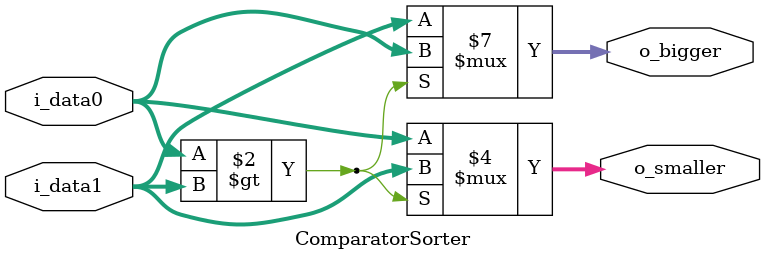
<source format=v>
module medianFinder (
    input [7:0] i_data0,
    input [7:0] i_data1,
    input [7:0] i_data2,
    input [7:0] i_data3,
    input [7:0] i_data4,
    input [7:0] i_data5,
    input [7:0] i_data6,
    input [7:0] i_data7,
    input [7:0] i_data8,
    output [7:0] o_median
);


    //wires
    wire [7:0] c1_c7, c1_c4;
    wire [7:0] c2_c8, c2_c5;
    wire [7:0] c3_c9, c3_c6;
    wire [7:0] c4_c7, c4_c15;
    wire [7:0] c5_c8, c5_c12;
    wire [7:0] c6_c9, c6_c12;
    wire [7:0] c7_c10, c7_c11;
    wire [7:0] c8_c10, c8_c11;
    wire [7:0] c9_c13, c9_c14;
    wire [7:0] c10_c13;
    wire [7:0] c11_c16, c11_c14;
    wire [7:0] c12_c15;
    wire [7:0] c13_c17;
    wire [7:0] c14_c16;
    wire [7:0] c15_c18;
    wire [7:0] c16_c17;
    wire [7:0] c17_c19, c17_c18;
    wire [7:0] c18_c19;
    wire [7:0] c19_median;

    assign o_median = c19_median;

    
    ComparatorSorter c1(.i_data0(i_data0), .i_data1(i_data1), .o_bigger(c1_c7), .o_smaller(c1_c4));
    ComparatorSorter c2(.i_data0(i_data3), .i_data1(i_data4), .o_bigger(c2_c8), .o_smaller(c2_c5));
    ComparatorSorter c3(.i_data0(i_data6), .i_data1(i_data7), .o_bigger(c3_c9), .o_smaller(c3_c6));
    ComparatorSorter c4(.i_data0(c1_c4), .i_data1(i_data2), .o_bigger(c4_c7), .o_smaller(c4_c15));
    ComparatorSorter c5(.i_data0(c2_c5), .i_data1(i_data5), .o_bigger(c5_c8), .o_smaller(c5_c12));
    ComparatorSorter c6(.i_data0(c3_c6), .i_data1(i_data8), .o_bigger(c6_c9), .o_smaller(c6_c12));
    ComparatorSorter c7(.i_data0(c1_c7), .i_data1(c4_c7), .o_bigger(c7_c10), .o_smaller(c7_c11));
    ComparatorSorter c8(.i_data0(c2_c8), .i_data1(c5_c8), .o_bigger(c8_c10), .o_smaller(c8_c11));
    ComparatorSorter c9(.i_data0(c3_c9), .i_data1(c6_c9), .o_bigger(c9_c13), .o_smaller(c9_c14));
    ComparatorSorter c10(.i_data0(c7_c10), .i_data1(c8_c10), .o_bigger(), .o_smaller(c10_c13));
    ComparatorSorter c11(.i_data0(c7_c11), .i_data1(c8_c11), .o_bigger(c11_c16), .o_smaller(c11_c14));
    ComparatorSorter c12(.i_data0(c5_c12), .i_data1(c6_c12), .o_bigger(c12_c15), .o_smaller());
    ComparatorSorter c13(.i_data0(c10_c13), .i_data1(c9_c13), .o_bigger(), .o_smaller(c13_c17));
    ComparatorSorter c14(.i_data0(c11_c14), .i_data1(c9_c14), .o_bigger(c14_c16), .o_smaller());
    ComparatorSorter c15(.i_data0(c4_c15), .i_data1(c12_c15), .o_bigger(c15_c18), .o_smaller());
    ComparatorSorter c16(.i_data0(c11_c16), .i_data1(c14_c16), .o_bigger(), .o_smaller(c16_c17));
    ComparatorSorter c17(.i_data0(c13_c17), .i_data1(c16_c17), .o_bigger(c17_c19), .o_smaller(c17_c18));
    ComparatorSorter c18(.i_data0(c17_c18), .i_data1(c15_c18), .o_bigger(c18_c19), .o_smaller());
    ComparatorSorter c19(.i_data0(c17_c19), .i_data1(c18_c19), .o_bigger(), .o_smaller(c19_median));
    
endmodule

module ComparatorSorter (
    input [7:0] i_data0,
    input [7:0] i_data1,
    output reg[7:0] o_bigger,
    output reg[7:0] o_smaller
);
    
    always @(*) begin
        if (i_data0 > i_data1) begin
            o_bigger = i_data0;
            o_smaller = i_data1;
        end
        else begin
            o_bigger = i_data1;
            o_smaller = i_data0;
        end
    end
    
endmodule
</source>
